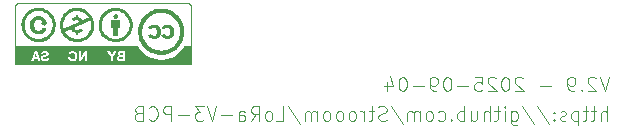
<source format=gbr>
%TF.GenerationSoftware,KiCad,Pcbnew,8.0.8+1*%
%TF.CreationDate,Date%
%TF.ProjectId,LoRa-V3-PCB,4c6f5261-2d56-4332-9d50-43422e6b6963,rev?*%
%TF.SameCoordinates,Original*%
%TF.FileFunction,Legend,Bot*%
%TF.FilePolarity,Positive*%
%FSLAX46Y46*%
G04 Gerber Fmt 4.6, Leading zero omitted, Abs format (unit mm)*
G04 Created by KiCad*
%MOMM*%
%LPD*%
G01*
G04 APERTURE LIST*
%ADD10C,0.100000*%
%ADD11C,0.000000*%
G04 APERTURE END LIST*
D10*
X172319925Y-84147942D02*
X171919925Y-85347942D01*
X171919925Y-85347942D02*
X171519925Y-84147942D01*
X171177068Y-84262228D02*
X171119925Y-84205085D01*
X171119925Y-84205085D02*
X171005640Y-84147942D01*
X171005640Y-84147942D02*
X170719925Y-84147942D01*
X170719925Y-84147942D02*
X170605640Y-84205085D01*
X170605640Y-84205085D02*
X170548497Y-84262228D01*
X170548497Y-84262228D02*
X170491354Y-84376514D01*
X170491354Y-84376514D02*
X170491354Y-84490800D01*
X170491354Y-84490800D02*
X170548497Y-84662228D01*
X170548497Y-84662228D02*
X171234211Y-85347942D01*
X171234211Y-85347942D02*
X170491354Y-85347942D01*
X169977068Y-85233657D02*
X169919925Y-85290800D01*
X169919925Y-85290800D02*
X169977068Y-85347942D01*
X169977068Y-85347942D02*
X170034211Y-85290800D01*
X170034211Y-85290800D02*
X169977068Y-85233657D01*
X169977068Y-85233657D02*
X169977068Y-85347942D01*
X169348496Y-85347942D02*
X169119925Y-85347942D01*
X169119925Y-85347942D02*
X169005639Y-85290800D01*
X169005639Y-85290800D02*
X168948496Y-85233657D01*
X168948496Y-85233657D02*
X168834211Y-85062228D01*
X168834211Y-85062228D02*
X168777068Y-84833657D01*
X168777068Y-84833657D02*
X168777068Y-84376514D01*
X168777068Y-84376514D02*
X168834211Y-84262228D01*
X168834211Y-84262228D02*
X168891354Y-84205085D01*
X168891354Y-84205085D02*
X169005639Y-84147942D01*
X169005639Y-84147942D02*
X169234211Y-84147942D01*
X169234211Y-84147942D02*
X169348496Y-84205085D01*
X169348496Y-84205085D02*
X169405639Y-84262228D01*
X169405639Y-84262228D02*
X169462782Y-84376514D01*
X169462782Y-84376514D02*
X169462782Y-84662228D01*
X169462782Y-84662228D02*
X169405639Y-84776514D01*
X169405639Y-84776514D02*
X169348496Y-84833657D01*
X169348496Y-84833657D02*
X169234211Y-84890800D01*
X169234211Y-84890800D02*
X169005639Y-84890800D01*
X169005639Y-84890800D02*
X168891354Y-84833657D01*
X168891354Y-84833657D02*
X168834211Y-84776514D01*
X168834211Y-84776514D02*
X168777068Y-84662228D01*
X167348496Y-84890800D02*
X166434211Y-84890800D01*
X165005639Y-84262228D02*
X164948496Y-84205085D01*
X164948496Y-84205085D02*
X164834211Y-84147942D01*
X164834211Y-84147942D02*
X164548496Y-84147942D01*
X164548496Y-84147942D02*
X164434211Y-84205085D01*
X164434211Y-84205085D02*
X164377068Y-84262228D01*
X164377068Y-84262228D02*
X164319925Y-84376514D01*
X164319925Y-84376514D02*
X164319925Y-84490800D01*
X164319925Y-84490800D02*
X164377068Y-84662228D01*
X164377068Y-84662228D02*
X165062782Y-85347942D01*
X165062782Y-85347942D02*
X164319925Y-85347942D01*
X163577068Y-84147942D02*
X163462782Y-84147942D01*
X163462782Y-84147942D02*
X163348496Y-84205085D01*
X163348496Y-84205085D02*
X163291354Y-84262228D01*
X163291354Y-84262228D02*
X163234211Y-84376514D01*
X163234211Y-84376514D02*
X163177068Y-84605085D01*
X163177068Y-84605085D02*
X163177068Y-84890800D01*
X163177068Y-84890800D02*
X163234211Y-85119371D01*
X163234211Y-85119371D02*
X163291354Y-85233657D01*
X163291354Y-85233657D02*
X163348496Y-85290800D01*
X163348496Y-85290800D02*
X163462782Y-85347942D01*
X163462782Y-85347942D02*
X163577068Y-85347942D01*
X163577068Y-85347942D02*
X163691354Y-85290800D01*
X163691354Y-85290800D02*
X163748496Y-85233657D01*
X163748496Y-85233657D02*
X163805639Y-85119371D01*
X163805639Y-85119371D02*
X163862782Y-84890800D01*
X163862782Y-84890800D02*
X163862782Y-84605085D01*
X163862782Y-84605085D02*
X163805639Y-84376514D01*
X163805639Y-84376514D02*
X163748496Y-84262228D01*
X163748496Y-84262228D02*
X163691354Y-84205085D01*
X163691354Y-84205085D02*
X163577068Y-84147942D01*
X162719925Y-84262228D02*
X162662782Y-84205085D01*
X162662782Y-84205085D02*
X162548497Y-84147942D01*
X162548497Y-84147942D02*
X162262782Y-84147942D01*
X162262782Y-84147942D02*
X162148497Y-84205085D01*
X162148497Y-84205085D02*
X162091354Y-84262228D01*
X162091354Y-84262228D02*
X162034211Y-84376514D01*
X162034211Y-84376514D02*
X162034211Y-84490800D01*
X162034211Y-84490800D02*
X162091354Y-84662228D01*
X162091354Y-84662228D02*
X162777068Y-85347942D01*
X162777068Y-85347942D02*
X162034211Y-85347942D01*
X160948497Y-84147942D02*
X161519925Y-84147942D01*
X161519925Y-84147942D02*
X161577068Y-84719371D01*
X161577068Y-84719371D02*
X161519925Y-84662228D01*
X161519925Y-84662228D02*
X161405640Y-84605085D01*
X161405640Y-84605085D02*
X161119925Y-84605085D01*
X161119925Y-84605085D02*
X161005640Y-84662228D01*
X161005640Y-84662228D02*
X160948497Y-84719371D01*
X160948497Y-84719371D02*
X160891354Y-84833657D01*
X160891354Y-84833657D02*
X160891354Y-85119371D01*
X160891354Y-85119371D02*
X160948497Y-85233657D01*
X160948497Y-85233657D02*
X161005640Y-85290800D01*
X161005640Y-85290800D02*
X161119925Y-85347942D01*
X161119925Y-85347942D02*
X161405640Y-85347942D01*
X161405640Y-85347942D02*
X161519925Y-85290800D01*
X161519925Y-85290800D02*
X161577068Y-85233657D01*
X160377068Y-84890800D02*
X159462783Y-84890800D01*
X158662783Y-84147942D02*
X158548497Y-84147942D01*
X158548497Y-84147942D02*
X158434211Y-84205085D01*
X158434211Y-84205085D02*
X158377069Y-84262228D01*
X158377069Y-84262228D02*
X158319926Y-84376514D01*
X158319926Y-84376514D02*
X158262783Y-84605085D01*
X158262783Y-84605085D02*
X158262783Y-84890800D01*
X158262783Y-84890800D02*
X158319926Y-85119371D01*
X158319926Y-85119371D02*
X158377069Y-85233657D01*
X158377069Y-85233657D02*
X158434211Y-85290800D01*
X158434211Y-85290800D02*
X158548497Y-85347942D01*
X158548497Y-85347942D02*
X158662783Y-85347942D01*
X158662783Y-85347942D02*
X158777069Y-85290800D01*
X158777069Y-85290800D02*
X158834211Y-85233657D01*
X158834211Y-85233657D02*
X158891354Y-85119371D01*
X158891354Y-85119371D02*
X158948497Y-84890800D01*
X158948497Y-84890800D02*
X158948497Y-84605085D01*
X158948497Y-84605085D02*
X158891354Y-84376514D01*
X158891354Y-84376514D02*
X158834211Y-84262228D01*
X158834211Y-84262228D02*
X158777069Y-84205085D01*
X158777069Y-84205085D02*
X158662783Y-84147942D01*
X157691354Y-85347942D02*
X157462783Y-85347942D01*
X157462783Y-85347942D02*
X157348497Y-85290800D01*
X157348497Y-85290800D02*
X157291354Y-85233657D01*
X157291354Y-85233657D02*
X157177069Y-85062228D01*
X157177069Y-85062228D02*
X157119926Y-84833657D01*
X157119926Y-84833657D02*
X157119926Y-84376514D01*
X157119926Y-84376514D02*
X157177069Y-84262228D01*
X157177069Y-84262228D02*
X157234212Y-84205085D01*
X157234212Y-84205085D02*
X157348497Y-84147942D01*
X157348497Y-84147942D02*
X157577069Y-84147942D01*
X157577069Y-84147942D02*
X157691354Y-84205085D01*
X157691354Y-84205085D02*
X157748497Y-84262228D01*
X157748497Y-84262228D02*
X157805640Y-84376514D01*
X157805640Y-84376514D02*
X157805640Y-84662228D01*
X157805640Y-84662228D02*
X157748497Y-84776514D01*
X157748497Y-84776514D02*
X157691354Y-84833657D01*
X157691354Y-84833657D02*
X157577069Y-84890800D01*
X157577069Y-84890800D02*
X157348497Y-84890800D01*
X157348497Y-84890800D02*
X157234212Y-84833657D01*
X157234212Y-84833657D02*
X157177069Y-84776514D01*
X157177069Y-84776514D02*
X157119926Y-84662228D01*
X156605640Y-84890800D02*
X155691355Y-84890800D01*
X154891355Y-84147942D02*
X154777069Y-84147942D01*
X154777069Y-84147942D02*
X154662783Y-84205085D01*
X154662783Y-84205085D02*
X154605641Y-84262228D01*
X154605641Y-84262228D02*
X154548498Y-84376514D01*
X154548498Y-84376514D02*
X154491355Y-84605085D01*
X154491355Y-84605085D02*
X154491355Y-84890800D01*
X154491355Y-84890800D02*
X154548498Y-85119371D01*
X154548498Y-85119371D02*
X154605641Y-85233657D01*
X154605641Y-85233657D02*
X154662783Y-85290800D01*
X154662783Y-85290800D02*
X154777069Y-85347942D01*
X154777069Y-85347942D02*
X154891355Y-85347942D01*
X154891355Y-85347942D02*
X155005641Y-85290800D01*
X155005641Y-85290800D02*
X155062783Y-85233657D01*
X155062783Y-85233657D02*
X155119926Y-85119371D01*
X155119926Y-85119371D02*
X155177069Y-84890800D01*
X155177069Y-84890800D02*
X155177069Y-84605085D01*
X155177069Y-84605085D02*
X155119926Y-84376514D01*
X155119926Y-84376514D02*
X155062783Y-84262228D01*
X155062783Y-84262228D02*
X155005641Y-84205085D01*
X155005641Y-84205085D02*
X154891355Y-84147942D01*
X153462784Y-84547942D02*
X153462784Y-85347942D01*
X153748498Y-84090800D02*
X154034212Y-84947942D01*
X154034212Y-84947942D02*
X153291355Y-84947942D01*
X172148496Y-87847942D02*
X172148496Y-86647942D01*
X171634211Y-87847942D02*
X171634211Y-87219371D01*
X171634211Y-87219371D02*
X171691353Y-87105085D01*
X171691353Y-87105085D02*
X171805639Y-87047942D01*
X171805639Y-87047942D02*
X171977068Y-87047942D01*
X171977068Y-87047942D02*
X172091353Y-87105085D01*
X172091353Y-87105085D02*
X172148496Y-87162228D01*
X171234211Y-87047942D02*
X170777068Y-87047942D01*
X171062782Y-86647942D02*
X171062782Y-87676514D01*
X171062782Y-87676514D02*
X171005639Y-87790800D01*
X171005639Y-87790800D02*
X170891354Y-87847942D01*
X170891354Y-87847942D02*
X170777068Y-87847942D01*
X170548497Y-87047942D02*
X170091354Y-87047942D01*
X170377068Y-86647942D02*
X170377068Y-87676514D01*
X170377068Y-87676514D02*
X170319925Y-87790800D01*
X170319925Y-87790800D02*
X170205640Y-87847942D01*
X170205640Y-87847942D02*
X170091354Y-87847942D01*
X169691354Y-87047942D02*
X169691354Y-88247942D01*
X169691354Y-87105085D02*
X169577069Y-87047942D01*
X169577069Y-87047942D02*
X169348497Y-87047942D01*
X169348497Y-87047942D02*
X169234211Y-87105085D01*
X169234211Y-87105085D02*
X169177069Y-87162228D01*
X169177069Y-87162228D02*
X169119926Y-87276514D01*
X169119926Y-87276514D02*
X169119926Y-87619371D01*
X169119926Y-87619371D02*
X169177069Y-87733657D01*
X169177069Y-87733657D02*
X169234211Y-87790800D01*
X169234211Y-87790800D02*
X169348497Y-87847942D01*
X169348497Y-87847942D02*
X169577069Y-87847942D01*
X169577069Y-87847942D02*
X169691354Y-87790800D01*
X168662783Y-87790800D02*
X168548497Y-87847942D01*
X168548497Y-87847942D02*
X168319926Y-87847942D01*
X168319926Y-87847942D02*
X168205640Y-87790800D01*
X168205640Y-87790800D02*
X168148497Y-87676514D01*
X168148497Y-87676514D02*
X168148497Y-87619371D01*
X168148497Y-87619371D02*
X168205640Y-87505085D01*
X168205640Y-87505085D02*
X168319926Y-87447942D01*
X168319926Y-87447942D02*
X168491355Y-87447942D01*
X168491355Y-87447942D02*
X168605640Y-87390800D01*
X168605640Y-87390800D02*
X168662783Y-87276514D01*
X168662783Y-87276514D02*
X168662783Y-87219371D01*
X168662783Y-87219371D02*
X168605640Y-87105085D01*
X168605640Y-87105085D02*
X168491355Y-87047942D01*
X168491355Y-87047942D02*
X168319926Y-87047942D01*
X168319926Y-87047942D02*
X168205640Y-87105085D01*
X167634211Y-87733657D02*
X167577068Y-87790800D01*
X167577068Y-87790800D02*
X167634211Y-87847942D01*
X167634211Y-87847942D02*
X167691354Y-87790800D01*
X167691354Y-87790800D02*
X167634211Y-87733657D01*
X167634211Y-87733657D02*
X167634211Y-87847942D01*
X167634211Y-87105085D02*
X167577068Y-87162228D01*
X167577068Y-87162228D02*
X167634211Y-87219371D01*
X167634211Y-87219371D02*
X167691354Y-87162228D01*
X167691354Y-87162228D02*
X167634211Y-87105085D01*
X167634211Y-87105085D02*
X167634211Y-87219371D01*
X166205639Y-86590800D02*
X167234211Y-88133657D01*
X164948496Y-86590800D02*
X165977068Y-88133657D01*
X164034211Y-87047942D02*
X164034211Y-88019371D01*
X164034211Y-88019371D02*
X164091353Y-88133657D01*
X164091353Y-88133657D02*
X164148496Y-88190800D01*
X164148496Y-88190800D02*
X164262782Y-88247942D01*
X164262782Y-88247942D02*
X164434211Y-88247942D01*
X164434211Y-88247942D02*
X164548496Y-88190800D01*
X164034211Y-87790800D02*
X164148496Y-87847942D01*
X164148496Y-87847942D02*
X164377068Y-87847942D01*
X164377068Y-87847942D02*
X164491353Y-87790800D01*
X164491353Y-87790800D02*
X164548496Y-87733657D01*
X164548496Y-87733657D02*
X164605639Y-87619371D01*
X164605639Y-87619371D02*
X164605639Y-87276514D01*
X164605639Y-87276514D02*
X164548496Y-87162228D01*
X164548496Y-87162228D02*
X164491353Y-87105085D01*
X164491353Y-87105085D02*
X164377068Y-87047942D01*
X164377068Y-87047942D02*
X164148496Y-87047942D01*
X164148496Y-87047942D02*
X164034211Y-87105085D01*
X163462782Y-87847942D02*
X163462782Y-87047942D01*
X163462782Y-86647942D02*
X163519925Y-86705085D01*
X163519925Y-86705085D02*
X163462782Y-86762228D01*
X163462782Y-86762228D02*
X163405639Y-86705085D01*
X163405639Y-86705085D02*
X163462782Y-86647942D01*
X163462782Y-86647942D02*
X163462782Y-86762228D01*
X163062782Y-87047942D02*
X162605639Y-87047942D01*
X162891353Y-86647942D02*
X162891353Y-87676514D01*
X162891353Y-87676514D02*
X162834210Y-87790800D01*
X162834210Y-87790800D02*
X162719925Y-87847942D01*
X162719925Y-87847942D02*
X162605639Y-87847942D01*
X162205639Y-87847942D02*
X162205639Y-86647942D01*
X161691354Y-87847942D02*
X161691354Y-87219371D01*
X161691354Y-87219371D02*
X161748496Y-87105085D01*
X161748496Y-87105085D02*
X161862782Y-87047942D01*
X161862782Y-87047942D02*
X162034211Y-87047942D01*
X162034211Y-87047942D02*
X162148496Y-87105085D01*
X162148496Y-87105085D02*
X162205639Y-87162228D01*
X160605640Y-87047942D02*
X160605640Y-87847942D01*
X161119925Y-87047942D02*
X161119925Y-87676514D01*
X161119925Y-87676514D02*
X161062782Y-87790800D01*
X161062782Y-87790800D02*
X160948497Y-87847942D01*
X160948497Y-87847942D02*
X160777068Y-87847942D01*
X160777068Y-87847942D02*
X160662782Y-87790800D01*
X160662782Y-87790800D02*
X160605640Y-87733657D01*
X160034211Y-87847942D02*
X160034211Y-86647942D01*
X160034211Y-87105085D02*
X159919926Y-87047942D01*
X159919926Y-87047942D02*
X159691354Y-87047942D01*
X159691354Y-87047942D02*
X159577068Y-87105085D01*
X159577068Y-87105085D02*
X159519926Y-87162228D01*
X159519926Y-87162228D02*
X159462783Y-87276514D01*
X159462783Y-87276514D02*
X159462783Y-87619371D01*
X159462783Y-87619371D02*
X159519926Y-87733657D01*
X159519926Y-87733657D02*
X159577068Y-87790800D01*
X159577068Y-87790800D02*
X159691354Y-87847942D01*
X159691354Y-87847942D02*
X159919926Y-87847942D01*
X159919926Y-87847942D02*
X160034211Y-87790800D01*
X158948497Y-87733657D02*
X158891354Y-87790800D01*
X158891354Y-87790800D02*
X158948497Y-87847942D01*
X158948497Y-87847942D02*
X159005640Y-87790800D01*
X159005640Y-87790800D02*
X158948497Y-87733657D01*
X158948497Y-87733657D02*
X158948497Y-87847942D01*
X157862783Y-87790800D02*
X157977068Y-87847942D01*
X157977068Y-87847942D02*
X158205640Y-87847942D01*
X158205640Y-87847942D02*
X158319925Y-87790800D01*
X158319925Y-87790800D02*
X158377068Y-87733657D01*
X158377068Y-87733657D02*
X158434211Y-87619371D01*
X158434211Y-87619371D02*
X158434211Y-87276514D01*
X158434211Y-87276514D02*
X158377068Y-87162228D01*
X158377068Y-87162228D02*
X158319925Y-87105085D01*
X158319925Y-87105085D02*
X158205640Y-87047942D01*
X158205640Y-87047942D02*
X157977068Y-87047942D01*
X157977068Y-87047942D02*
X157862783Y-87105085D01*
X157177069Y-87847942D02*
X157291354Y-87790800D01*
X157291354Y-87790800D02*
X157348497Y-87733657D01*
X157348497Y-87733657D02*
X157405640Y-87619371D01*
X157405640Y-87619371D02*
X157405640Y-87276514D01*
X157405640Y-87276514D02*
X157348497Y-87162228D01*
X157348497Y-87162228D02*
X157291354Y-87105085D01*
X157291354Y-87105085D02*
X157177069Y-87047942D01*
X157177069Y-87047942D02*
X157005640Y-87047942D01*
X157005640Y-87047942D02*
X156891354Y-87105085D01*
X156891354Y-87105085D02*
X156834212Y-87162228D01*
X156834212Y-87162228D02*
X156777069Y-87276514D01*
X156777069Y-87276514D02*
X156777069Y-87619371D01*
X156777069Y-87619371D02*
X156834212Y-87733657D01*
X156834212Y-87733657D02*
X156891354Y-87790800D01*
X156891354Y-87790800D02*
X157005640Y-87847942D01*
X157005640Y-87847942D02*
X157177069Y-87847942D01*
X156262783Y-87847942D02*
X156262783Y-87047942D01*
X156262783Y-87162228D02*
X156205640Y-87105085D01*
X156205640Y-87105085D02*
X156091355Y-87047942D01*
X156091355Y-87047942D02*
X155919926Y-87047942D01*
X155919926Y-87047942D02*
X155805640Y-87105085D01*
X155805640Y-87105085D02*
X155748498Y-87219371D01*
X155748498Y-87219371D02*
X155748498Y-87847942D01*
X155748498Y-87219371D02*
X155691355Y-87105085D01*
X155691355Y-87105085D02*
X155577069Y-87047942D01*
X155577069Y-87047942D02*
X155405640Y-87047942D01*
X155405640Y-87047942D02*
X155291355Y-87105085D01*
X155291355Y-87105085D02*
X155234212Y-87219371D01*
X155234212Y-87219371D02*
X155234212Y-87847942D01*
X153805640Y-86590800D02*
X154834212Y-88133657D01*
X153462783Y-87790800D02*
X153291355Y-87847942D01*
X153291355Y-87847942D02*
X153005640Y-87847942D01*
X153005640Y-87847942D02*
X152891355Y-87790800D01*
X152891355Y-87790800D02*
X152834212Y-87733657D01*
X152834212Y-87733657D02*
X152777069Y-87619371D01*
X152777069Y-87619371D02*
X152777069Y-87505085D01*
X152777069Y-87505085D02*
X152834212Y-87390800D01*
X152834212Y-87390800D02*
X152891355Y-87333657D01*
X152891355Y-87333657D02*
X153005640Y-87276514D01*
X153005640Y-87276514D02*
X153234212Y-87219371D01*
X153234212Y-87219371D02*
X153348497Y-87162228D01*
X153348497Y-87162228D02*
X153405640Y-87105085D01*
X153405640Y-87105085D02*
X153462783Y-86990800D01*
X153462783Y-86990800D02*
X153462783Y-86876514D01*
X153462783Y-86876514D02*
X153405640Y-86762228D01*
X153405640Y-86762228D02*
X153348497Y-86705085D01*
X153348497Y-86705085D02*
X153234212Y-86647942D01*
X153234212Y-86647942D02*
X152948497Y-86647942D01*
X152948497Y-86647942D02*
X152777069Y-86705085D01*
X152434212Y-87047942D02*
X151977069Y-87047942D01*
X152262783Y-86647942D02*
X152262783Y-87676514D01*
X152262783Y-87676514D02*
X152205640Y-87790800D01*
X152205640Y-87790800D02*
X152091355Y-87847942D01*
X152091355Y-87847942D02*
X151977069Y-87847942D01*
X151577069Y-87847942D02*
X151577069Y-87047942D01*
X151577069Y-87276514D02*
X151519926Y-87162228D01*
X151519926Y-87162228D02*
X151462784Y-87105085D01*
X151462784Y-87105085D02*
X151348498Y-87047942D01*
X151348498Y-87047942D02*
X151234212Y-87047942D01*
X150662784Y-87847942D02*
X150777069Y-87790800D01*
X150777069Y-87790800D02*
X150834212Y-87733657D01*
X150834212Y-87733657D02*
X150891355Y-87619371D01*
X150891355Y-87619371D02*
X150891355Y-87276514D01*
X150891355Y-87276514D02*
X150834212Y-87162228D01*
X150834212Y-87162228D02*
X150777069Y-87105085D01*
X150777069Y-87105085D02*
X150662784Y-87047942D01*
X150662784Y-87047942D02*
X150491355Y-87047942D01*
X150491355Y-87047942D02*
X150377069Y-87105085D01*
X150377069Y-87105085D02*
X150319927Y-87162228D01*
X150319927Y-87162228D02*
X150262784Y-87276514D01*
X150262784Y-87276514D02*
X150262784Y-87619371D01*
X150262784Y-87619371D02*
X150319927Y-87733657D01*
X150319927Y-87733657D02*
X150377069Y-87790800D01*
X150377069Y-87790800D02*
X150491355Y-87847942D01*
X150491355Y-87847942D02*
X150662784Y-87847942D01*
X149577070Y-87847942D02*
X149691355Y-87790800D01*
X149691355Y-87790800D02*
X149748498Y-87733657D01*
X149748498Y-87733657D02*
X149805641Y-87619371D01*
X149805641Y-87619371D02*
X149805641Y-87276514D01*
X149805641Y-87276514D02*
X149748498Y-87162228D01*
X149748498Y-87162228D02*
X149691355Y-87105085D01*
X149691355Y-87105085D02*
X149577070Y-87047942D01*
X149577070Y-87047942D02*
X149405641Y-87047942D01*
X149405641Y-87047942D02*
X149291355Y-87105085D01*
X149291355Y-87105085D02*
X149234213Y-87162228D01*
X149234213Y-87162228D02*
X149177070Y-87276514D01*
X149177070Y-87276514D02*
X149177070Y-87619371D01*
X149177070Y-87619371D02*
X149234213Y-87733657D01*
X149234213Y-87733657D02*
X149291355Y-87790800D01*
X149291355Y-87790800D02*
X149405641Y-87847942D01*
X149405641Y-87847942D02*
X149577070Y-87847942D01*
X148491356Y-87847942D02*
X148605641Y-87790800D01*
X148605641Y-87790800D02*
X148662784Y-87733657D01*
X148662784Y-87733657D02*
X148719927Y-87619371D01*
X148719927Y-87619371D02*
X148719927Y-87276514D01*
X148719927Y-87276514D02*
X148662784Y-87162228D01*
X148662784Y-87162228D02*
X148605641Y-87105085D01*
X148605641Y-87105085D02*
X148491356Y-87047942D01*
X148491356Y-87047942D02*
X148319927Y-87047942D01*
X148319927Y-87047942D02*
X148205641Y-87105085D01*
X148205641Y-87105085D02*
X148148499Y-87162228D01*
X148148499Y-87162228D02*
X148091356Y-87276514D01*
X148091356Y-87276514D02*
X148091356Y-87619371D01*
X148091356Y-87619371D02*
X148148499Y-87733657D01*
X148148499Y-87733657D02*
X148205641Y-87790800D01*
X148205641Y-87790800D02*
X148319927Y-87847942D01*
X148319927Y-87847942D02*
X148491356Y-87847942D01*
X147577070Y-87847942D02*
X147577070Y-87047942D01*
X147577070Y-87162228D02*
X147519927Y-87105085D01*
X147519927Y-87105085D02*
X147405642Y-87047942D01*
X147405642Y-87047942D02*
X147234213Y-87047942D01*
X147234213Y-87047942D02*
X147119927Y-87105085D01*
X147119927Y-87105085D02*
X147062785Y-87219371D01*
X147062785Y-87219371D02*
X147062785Y-87847942D01*
X147062785Y-87219371D02*
X147005642Y-87105085D01*
X147005642Y-87105085D02*
X146891356Y-87047942D01*
X146891356Y-87047942D02*
X146719927Y-87047942D01*
X146719927Y-87047942D02*
X146605642Y-87105085D01*
X146605642Y-87105085D02*
X146548499Y-87219371D01*
X146548499Y-87219371D02*
X146548499Y-87847942D01*
X145119927Y-86590800D02*
X146148499Y-88133657D01*
X144148499Y-87847942D02*
X144719927Y-87847942D01*
X144719927Y-87847942D02*
X144719927Y-86647942D01*
X143577070Y-87847942D02*
X143691355Y-87790800D01*
X143691355Y-87790800D02*
X143748498Y-87733657D01*
X143748498Y-87733657D02*
X143805641Y-87619371D01*
X143805641Y-87619371D02*
X143805641Y-87276514D01*
X143805641Y-87276514D02*
X143748498Y-87162228D01*
X143748498Y-87162228D02*
X143691355Y-87105085D01*
X143691355Y-87105085D02*
X143577070Y-87047942D01*
X143577070Y-87047942D02*
X143405641Y-87047942D01*
X143405641Y-87047942D02*
X143291355Y-87105085D01*
X143291355Y-87105085D02*
X143234213Y-87162228D01*
X143234213Y-87162228D02*
X143177070Y-87276514D01*
X143177070Y-87276514D02*
X143177070Y-87619371D01*
X143177070Y-87619371D02*
X143234213Y-87733657D01*
X143234213Y-87733657D02*
X143291355Y-87790800D01*
X143291355Y-87790800D02*
X143405641Y-87847942D01*
X143405641Y-87847942D02*
X143577070Y-87847942D01*
X141977070Y-87847942D02*
X142377070Y-87276514D01*
X142662784Y-87847942D02*
X142662784Y-86647942D01*
X142662784Y-86647942D02*
X142205641Y-86647942D01*
X142205641Y-86647942D02*
X142091356Y-86705085D01*
X142091356Y-86705085D02*
X142034213Y-86762228D01*
X142034213Y-86762228D02*
X141977070Y-86876514D01*
X141977070Y-86876514D02*
X141977070Y-87047942D01*
X141977070Y-87047942D02*
X142034213Y-87162228D01*
X142034213Y-87162228D02*
X142091356Y-87219371D01*
X142091356Y-87219371D02*
X142205641Y-87276514D01*
X142205641Y-87276514D02*
X142662784Y-87276514D01*
X140948499Y-87847942D02*
X140948499Y-87219371D01*
X140948499Y-87219371D02*
X141005641Y-87105085D01*
X141005641Y-87105085D02*
X141119927Y-87047942D01*
X141119927Y-87047942D02*
X141348499Y-87047942D01*
X141348499Y-87047942D02*
X141462784Y-87105085D01*
X140948499Y-87790800D02*
X141062784Y-87847942D01*
X141062784Y-87847942D02*
X141348499Y-87847942D01*
X141348499Y-87847942D02*
X141462784Y-87790800D01*
X141462784Y-87790800D02*
X141519927Y-87676514D01*
X141519927Y-87676514D02*
X141519927Y-87562228D01*
X141519927Y-87562228D02*
X141462784Y-87447942D01*
X141462784Y-87447942D02*
X141348499Y-87390800D01*
X141348499Y-87390800D02*
X141062784Y-87390800D01*
X141062784Y-87390800D02*
X140948499Y-87333657D01*
X140377070Y-87390800D02*
X139462785Y-87390800D01*
X139062785Y-86647942D02*
X138662785Y-87847942D01*
X138662785Y-87847942D02*
X138262785Y-86647942D01*
X137977071Y-86647942D02*
X137234214Y-86647942D01*
X137234214Y-86647942D02*
X137634214Y-87105085D01*
X137634214Y-87105085D02*
X137462785Y-87105085D01*
X137462785Y-87105085D02*
X137348500Y-87162228D01*
X137348500Y-87162228D02*
X137291357Y-87219371D01*
X137291357Y-87219371D02*
X137234214Y-87333657D01*
X137234214Y-87333657D02*
X137234214Y-87619371D01*
X137234214Y-87619371D02*
X137291357Y-87733657D01*
X137291357Y-87733657D02*
X137348500Y-87790800D01*
X137348500Y-87790800D02*
X137462785Y-87847942D01*
X137462785Y-87847942D02*
X137805642Y-87847942D01*
X137805642Y-87847942D02*
X137919928Y-87790800D01*
X137919928Y-87790800D02*
X137977071Y-87733657D01*
X136719928Y-87390800D02*
X135805643Y-87390800D01*
X135234214Y-87847942D02*
X135234214Y-86647942D01*
X135234214Y-86647942D02*
X134777071Y-86647942D01*
X134777071Y-86647942D02*
X134662786Y-86705085D01*
X134662786Y-86705085D02*
X134605643Y-86762228D01*
X134605643Y-86762228D02*
X134548500Y-86876514D01*
X134548500Y-86876514D02*
X134548500Y-87047942D01*
X134548500Y-87047942D02*
X134605643Y-87162228D01*
X134605643Y-87162228D02*
X134662786Y-87219371D01*
X134662786Y-87219371D02*
X134777071Y-87276514D01*
X134777071Y-87276514D02*
X135234214Y-87276514D01*
X133348500Y-87733657D02*
X133405643Y-87790800D01*
X133405643Y-87790800D02*
X133577071Y-87847942D01*
X133577071Y-87847942D02*
X133691357Y-87847942D01*
X133691357Y-87847942D02*
X133862786Y-87790800D01*
X133862786Y-87790800D02*
X133977071Y-87676514D01*
X133977071Y-87676514D02*
X134034214Y-87562228D01*
X134034214Y-87562228D02*
X134091357Y-87333657D01*
X134091357Y-87333657D02*
X134091357Y-87162228D01*
X134091357Y-87162228D02*
X134034214Y-86933657D01*
X134034214Y-86933657D02*
X133977071Y-86819371D01*
X133977071Y-86819371D02*
X133862786Y-86705085D01*
X133862786Y-86705085D02*
X133691357Y-86647942D01*
X133691357Y-86647942D02*
X133577071Y-86647942D01*
X133577071Y-86647942D02*
X133405643Y-86705085D01*
X133405643Y-86705085D02*
X133348500Y-86762228D01*
X132434214Y-87219371D02*
X132262786Y-87276514D01*
X132262786Y-87276514D02*
X132205643Y-87333657D01*
X132205643Y-87333657D02*
X132148500Y-87447942D01*
X132148500Y-87447942D02*
X132148500Y-87619371D01*
X132148500Y-87619371D02*
X132205643Y-87733657D01*
X132205643Y-87733657D02*
X132262786Y-87790800D01*
X132262786Y-87790800D02*
X132377071Y-87847942D01*
X132377071Y-87847942D02*
X132834214Y-87847942D01*
X132834214Y-87847942D02*
X132834214Y-86647942D01*
X132834214Y-86647942D02*
X132434214Y-86647942D01*
X132434214Y-86647942D02*
X132319929Y-86705085D01*
X132319929Y-86705085D02*
X132262786Y-86762228D01*
X132262786Y-86762228D02*
X132205643Y-86876514D01*
X132205643Y-86876514D02*
X132205643Y-86990800D01*
X132205643Y-86990800D02*
X132262786Y-87105085D01*
X132262786Y-87105085D02*
X132319929Y-87162228D01*
X132319929Y-87162228D02*
X132434214Y-87219371D01*
X132434214Y-87219371D02*
X132834214Y-87219371D01*
D11*
%TO.C,G01*%
G36*
X131157826Y-82300355D02*
G01*
X131044932Y-82300355D01*
X131032341Y-82300332D01*
X130984324Y-82299540D01*
X130948353Y-82297201D01*
X130922030Y-82292759D01*
X130902958Y-82285654D01*
X130888740Y-82275328D01*
X130876976Y-82261221D01*
X130874224Y-82256544D01*
X130867239Y-82232252D01*
X130865478Y-82202223D01*
X130868909Y-82173019D01*
X130877501Y-82151202D01*
X130888261Y-82138710D01*
X130904009Y-82128040D01*
X130925682Y-82120622D01*
X130955535Y-82115949D01*
X130995827Y-82113516D01*
X131048814Y-82112818D01*
X131157826Y-82112818D01*
X131157826Y-82300355D01*
G37*
G36*
X131157826Y-82652924D02*
G01*
X131035927Y-82652759D01*
X131006226Y-82652638D01*
X130965786Y-82651964D01*
X130936017Y-82650486D01*
X130914191Y-82647952D01*
X130897580Y-82644109D01*
X130883453Y-82638708D01*
X130859368Y-82622940D01*
X130838857Y-82596038D01*
X130828512Y-82563857D01*
X130828267Y-82529517D01*
X130838058Y-82496141D01*
X130857820Y-82466848D01*
X130887487Y-82444758D01*
X130889612Y-82443696D01*
X130903479Y-82437530D01*
X130917944Y-82433202D01*
X130935887Y-82430394D01*
X130960189Y-82428784D01*
X130993730Y-82428052D01*
X131039392Y-82427880D01*
X131157826Y-82427880D01*
X131157826Y-82652924D01*
G37*
G36*
X130539694Y-78812434D02*
G01*
X130582420Y-78820507D01*
X130625475Y-78837950D01*
X130662202Y-78862217D01*
X130679864Y-78879375D01*
X130708395Y-78920676D01*
X130725045Y-78966594D01*
X130730250Y-79014738D01*
X130724445Y-79062714D01*
X130708065Y-79108132D01*
X130681545Y-79148600D01*
X130645320Y-79181725D01*
X130599826Y-79205117D01*
X130570065Y-79213267D01*
X130518694Y-79216532D01*
X130469933Y-79206961D01*
X130425713Y-79185929D01*
X130387962Y-79154813D01*
X130358608Y-79114987D01*
X130339581Y-79067826D01*
X130332810Y-79014708D01*
X130332893Y-79008832D01*
X130341216Y-78956516D01*
X130361888Y-78909528D01*
X130393078Y-78869733D01*
X130432956Y-78838997D01*
X130479691Y-78819186D01*
X130531453Y-78812168D01*
X130539694Y-78812434D01*
G37*
G36*
X123763791Y-82186639D02*
G01*
X123771989Y-82202738D01*
X123783751Y-82230740D01*
X123798570Y-82269438D01*
X123815939Y-82317622D01*
X123819455Y-82327631D01*
X123834426Y-82370589D01*
X123847361Y-82408239D01*
X123857514Y-82438373D01*
X123864140Y-82458783D01*
X123866493Y-82467263D01*
X123866493Y-82467267D01*
X123859484Y-82469565D01*
X123840828Y-82471239D01*
X123813856Y-82472301D01*
X123781896Y-82472763D01*
X123748280Y-82472638D01*
X123716337Y-82471938D01*
X123689398Y-82470676D01*
X123670793Y-82468863D01*
X123663851Y-82466512D01*
X123664164Y-82464744D01*
X123668047Y-82451255D01*
X123675639Y-82427290D01*
X123686020Y-82395558D01*
X123698274Y-82358768D01*
X123711483Y-82319630D01*
X123724728Y-82280854D01*
X123737091Y-82245150D01*
X123747655Y-82215226D01*
X123755501Y-82193794D01*
X123759712Y-82183561D01*
X123763791Y-82186639D01*
G37*
G36*
X130559944Y-79296017D02*
G01*
X130633784Y-79296091D01*
X130694493Y-79296299D01*
X130743466Y-79296695D01*
X130782098Y-79297332D01*
X130811785Y-79298265D01*
X130833922Y-79299548D01*
X130849904Y-79301233D01*
X130861126Y-79303375D01*
X130868983Y-79306028D01*
X130874871Y-79309245D01*
X130883678Y-79315019D01*
X130893301Y-79322018D01*
X130901137Y-79329828D01*
X130907371Y-79339866D01*
X130912185Y-79353553D01*
X130915764Y-79372309D01*
X130918289Y-79397551D01*
X130919944Y-79430700D01*
X130920913Y-79473174D01*
X130921377Y-79526394D01*
X130921522Y-79591778D01*
X130921530Y-79670746D01*
X130921530Y-79978648D01*
X130752746Y-79982890D01*
X130752746Y-80687537D01*
X130310159Y-80687537D01*
X130310159Y-79982890D01*
X130225768Y-79980769D01*
X130141376Y-79978648D01*
X130141376Y-79608279D01*
X130141474Y-79539968D01*
X130141851Y-79484140D01*
X130142691Y-79439376D01*
X130144176Y-79404256D01*
X130146490Y-79377362D01*
X130149816Y-79357274D01*
X130154336Y-79342572D01*
X130160236Y-79331837D01*
X130167696Y-79323651D01*
X130176902Y-79316593D01*
X130188035Y-79309245D01*
X130189912Y-79308079D01*
X130196316Y-79305061D01*
X130205166Y-79302589D01*
X130217857Y-79300609D01*
X130235785Y-79299067D01*
X130260345Y-79297910D01*
X130292932Y-79297084D01*
X130334941Y-79296535D01*
X130387768Y-79296209D01*
X130452806Y-79296053D01*
X130531453Y-79296013D01*
X130559944Y-79296017D01*
G37*
G36*
X134988388Y-79715811D02*
G01*
X135071815Y-79728696D01*
X135148297Y-79752306D01*
X135170223Y-79761597D01*
X135229330Y-79792307D01*
X135283315Y-79830299D01*
X135337276Y-79878993D01*
X135347813Y-79889558D01*
X135374320Y-79918121D01*
X135394824Y-79944856D01*
X135413073Y-79975056D01*
X135432813Y-80014019D01*
X135457429Y-80070231D01*
X135478119Y-80133687D01*
X135491462Y-80200117D01*
X135498892Y-80275194D01*
X135499033Y-80277562D01*
X135498625Y-80376436D01*
X135486248Y-80472660D01*
X135462423Y-80563515D01*
X135427673Y-80646279D01*
X135413287Y-80670534D01*
X135383293Y-80710903D01*
X135346344Y-80752825D01*
X135305994Y-80792627D01*
X135265795Y-80826641D01*
X135229301Y-80851195D01*
X135207071Y-80862686D01*
X135147721Y-80887449D01*
X135084088Y-80907250D01*
X135023633Y-80919607D01*
X134977454Y-80923548D01*
X134922692Y-80924238D01*
X134865813Y-80921808D01*
X134812459Y-80916500D01*
X134768274Y-80908560D01*
X134714762Y-80891733D01*
X134655133Y-80865522D01*
X134599051Y-80833757D01*
X134552244Y-80799333D01*
X134537457Y-80785919D01*
X134504175Y-80752152D01*
X134470852Y-80714341D01*
X134441365Y-80677008D01*
X134419594Y-80644675D01*
X134406967Y-80623155D01*
X134522003Y-80561578D01*
X134553412Y-80544894D01*
X134587746Y-80526982D01*
X134615713Y-80512761D01*
X134635037Y-80503383D01*
X134643445Y-80500000D01*
X134644334Y-80500193D01*
X134651853Y-80508215D01*
X134660601Y-80524380D01*
X134666882Y-80536435D01*
X134689386Y-80567179D01*
X134719240Y-80598001D01*
X134752012Y-80624624D01*
X134783274Y-80642774D01*
X134819029Y-80654880D01*
X134874868Y-80663395D01*
X134931569Y-80661362D01*
X134985046Y-80649047D01*
X135031210Y-80626714D01*
X135061001Y-80602470D01*
X135095140Y-80558447D01*
X135120704Y-80502406D01*
X135137751Y-80434210D01*
X135146338Y-80353722D01*
X135146573Y-80270490D01*
X135137760Y-80193209D01*
X135119776Y-80127099D01*
X135092765Y-80072381D01*
X135056870Y-80029275D01*
X135012233Y-79998000D01*
X134959000Y-79978777D01*
X134897312Y-79971824D01*
X134868261Y-79972066D01*
X134842222Y-79974679D01*
X134819665Y-79980990D01*
X134794360Y-79992232D01*
X134791674Y-79993579D01*
X134749312Y-80021849D01*
X134712158Y-80059120D01*
X134685101Y-80100547D01*
X134683402Y-80103922D01*
X134674194Y-80118859D01*
X134667394Y-80124927D01*
X134659236Y-80121645D01*
X134639967Y-80112474D01*
X134611782Y-80098498D01*
X134576869Y-80080802D01*
X134537416Y-80060472D01*
X134413284Y-79996018D01*
X134430254Y-79964921D01*
X134431736Y-79962289D01*
X134451583Y-79934065D01*
X134480206Y-79901040D01*
X134514281Y-79866429D01*
X134550488Y-79833444D01*
X134585504Y-79805300D01*
X134616007Y-79785211D01*
X134651858Y-79767398D01*
X134729751Y-79739444D01*
X134814025Y-79721390D01*
X134901348Y-79713444D01*
X134988388Y-79715811D01*
G37*
G36*
X133840865Y-79716917D02*
G01*
X133893468Y-79719859D01*
X133938293Y-79726105D01*
X133979570Y-79736555D01*
X134021528Y-79752105D01*
X134068399Y-79773653D01*
X134080792Y-79779867D01*
X134110773Y-79796783D01*
X134137920Y-79815864D01*
X134166379Y-79840232D01*
X134200292Y-79873010D01*
X134212767Y-79885607D01*
X134242375Y-79917278D01*
X134264651Y-79944948D01*
X134282726Y-79972772D01*
X134299731Y-80004903D01*
X134306010Y-80017858D01*
X134326788Y-80064603D01*
X134342127Y-80107894D01*
X134352777Y-80151404D01*
X134359489Y-80198804D01*
X134363013Y-80253767D01*
X134364098Y-80319965D01*
X134363303Y-80380735D01*
X134359718Y-80440636D01*
X134352630Y-80492138D01*
X134341366Y-80538703D01*
X134325253Y-80583793D01*
X134303617Y-80630870D01*
X134258211Y-80705841D01*
X134201688Y-80771561D01*
X134135467Y-80826464D01*
X134060523Y-80869873D01*
X133977830Y-80901110D01*
X133888364Y-80919497D01*
X133871809Y-80921423D01*
X133773440Y-80925388D01*
X133680102Y-80916190D01*
X133592644Y-80894101D01*
X133511916Y-80859397D01*
X133438765Y-80812352D01*
X133374040Y-80753240D01*
X133355988Y-80732650D01*
X133334776Y-80706370D01*
X133314442Y-80679402D01*
X133297190Y-80654782D01*
X133285223Y-80635545D01*
X133280744Y-80624726D01*
X133280857Y-80624487D01*
X133288684Y-80619170D01*
X133306981Y-80608646D01*
X133333153Y-80594274D01*
X133364608Y-80577411D01*
X133398750Y-80559417D01*
X133432986Y-80541649D01*
X133464721Y-80525465D01*
X133491361Y-80512223D01*
X133510312Y-80503282D01*
X133518979Y-80500000D01*
X133521617Y-80501330D01*
X133530170Y-80512359D01*
X133539952Y-80530909D01*
X133548406Y-80546947D01*
X133576432Y-80584032D01*
X133612534Y-80617378D01*
X133652067Y-80642367D01*
X133656337Y-80644320D01*
X133692853Y-80655137D01*
X133737416Y-80661010D01*
X133784631Y-80661806D01*
X133829103Y-80657392D01*
X133865437Y-80647634D01*
X133913922Y-80620671D01*
X133953623Y-80582686D01*
X133984249Y-80533552D01*
X134005946Y-80472965D01*
X134018858Y-80400620D01*
X134023130Y-80316214D01*
X134019399Y-80236930D01*
X134007253Y-80165215D01*
X133986442Y-80105067D01*
X133956725Y-80055972D01*
X133917861Y-80017417D01*
X133869610Y-79988890D01*
X133837074Y-79978341D01*
X133793710Y-79971855D01*
X133748575Y-79971273D01*
X133706845Y-79976620D01*
X133673698Y-79987923D01*
X133640343Y-80008073D01*
X133602780Y-80041234D01*
X133571593Y-80084298D01*
X133559458Y-80103506D01*
X133548243Y-80118988D01*
X133541886Y-80124927D01*
X133536877Y-80123226D01*
X133520339Y-80115802D01*
X133495106Y-80103719D01*
X133463850Y-80088328D01*
X133429246Y-80070983D01*
X133393969Y-80053038D01*
X133360690Y-80035845D01*
X133332085Y-80020758D01*
X133310827Y-80009129D01*
X133299590Y-80002312D01*
X133293012Y-79996673D01*
X133290652Y-79990166D01*
X133293899Y-79980156D01*
X133303737Y-79963702D01*
X133321151Y-79937866D01*
X133324738Y-79932679D01*
X133375912Y-79870762D01*
X133435958Y-79819387D01*
X133507196Y-79776543D01*
X133520130Y-79770134D01*
X133570033Y-79748457D01*
X133618864Y-79733055D01*
X133670565Y-79723112D01*
X133729078Y-79717815D01*
X133798346Y-79716347D01*
X133840865Y-79716917D01*
G37*
G36*
X125453300Y-79862353D02*
G01*
X125435880Y-80001063D01*
X125405844Y-80136209D01*
X125363450Y-80266299D01*
X125308953Y-80389843D01*
X125242610Y-80505350D01*
X125167508Y-80611757D01*
X125070954Y-80726691D01*
X124966133Y-80830210D01*
X124853747Y-80921857D01*
X124734493Y-81001174D01*
X124609073Y-81067702D01*
X124478184Y-81120984D01*
X124342528Y-81160563D01*
X124202802Y-81185979D01*
X124144044Y-81192322D01*
X123997290Y-81197911D01*
X123850556Y-81189218D01*
X123705550Y-81166475D01*
X123563980Y-81129918D01*
X123427554Y-81079780D01*
X123332072Y-81033884D01*
X123220105Y-80967098D01*
X123111680Y-80888720D01*
X123008925Y-80800597D01*
X122913968Y-80704579D01*
X122828936Y-80602513D01*
X122755957Y-80496250D01*
X122728826Y-80449744D01*
X122670967Y-80330506D01*
X122624683Y-80203803D01*
X122590132Y-80071295D01*
X122567470Y-79934641D01*
X122556853Y-79795501D01*
X122557370Y-79749853D01*
X122822325Y-79749853D01*
X122826424Y-79860113D01*
X122842876Y-79989920D01*
X122872164Y-80112281D01*
X122914553Y-80227787D01*
X122970310Y-80337027D01*
X123039700Y-80440594D01*
X123122991Y-80539076D01*
X123220447Y-80633064D01*
X123287353Y-80688116D01*
X123397083Y-80763401D01*
X123512388Y-80824796D01*
X123633625Y-80872456D01*
X123761149Y-80906534D01*
X123895316Y-80927187D01*
X123916958Y-80929170D01*
X124044586Y-80932228D01*
X124171923Y-80920948D01*
X124297407Y-80895807D01*
X124419475Y-80857285D01*
X124536563Y-80805857D01*
X124647109Y-80742001D01*
X124749551Y-80666195D01*
X124758122Y-80658994D01*
X124860785Y-80563209D01*
X124949893Y-80461074D01*
X125025571Y-80352383D01*
X125087947Y-80236933D01*
X125137150Y-80114517D01*
X125173305Y-79984933D01*
X125179642Y-79948895D01*
X125185585Y-79894071D01*
X125189454Y-79831226D01*
X125191220Y-79764135D01*
X125190857Y-79696574D01*
X125188335Y-79632319D01*
X125183627Y-79575146D01*
X125176704Y-79528831D01*
X125147378Y-79412915D01*
X125102822Y-79291637D01*
X125044907Y-79175861D01*
X124973171Y-79064676D01*
X124887152Y-78957168D01*
X124878512Y-78947457D01*
X124783904Y-78852991D01*
X124681486Y-78771017D01*
X124572047Y-78701868D01*
X124456380Y-78645878D01*
X124335274Y-78603382D01*
X124209521Y-78574714D01*
X124079911Y-78560206D01*
X123947236Y-78560195D01*
X123813804Y-78573854D01*
X123686135Y-78600390D01*
X123565533Y-78639976D01*
X123451400Y-78692891D01*
X123343139Y-78759411D01*
X123240154Y-78839813D01*
X123141849Y-78934375D01*
X123138627Y-78937794D01*
X123052611Y-79038568D01*
X122980765Y-79142990D01*
X122922754Y-79251917D01*
X122878241Y-79366208D01*
X122846889Y-79486722D01*
X122828362Y-79614318D01*
X122822325Y-79749853D01*
X122557370Y-79749853D01*
X122558439Y-79655532D01*
X122572383Y-79516395D01*
X122598844Y-79379749D01*
X122637977Y-79247254D01*
X122644870Y-79228116D01*
X122697875Y-79105423D01*
X122764196Y-78986592D01*
X122842509Y-78873095D01*
X122931486Y-78766404D01*
X123029804Y-78667991D01*
X123136137Y-78579328D01*
X123249158Y-78501887D01*
X123367543Y-78437138D01*
X123416891Y-78414444D01*
X123525984Y-78371763D01*
X123636039Y-78339564D01*
X123750000Y-78317209D01*
X123870811Y-78304057D01*
X124001417Y-78299470D01*
X124002201Y-78299467D01*
X124150512Y-78304844D01*
X124290444Y-78322251D01*
X124423029Y-78352033D01*
X124549300Y-78394539D01*
X124670288Y-78450115D01*
X124787026Y-78519108D01*
X124900546Y-78601865D01*
X124918592Y-78616529D01*
X125024503Y-78712823D01*
X125120786Y-78818410D01*
X125206551Y-78931874D01*
X125280904Y-79051800D01*
X125342953Y-79176771D01*
X125391806Y-79305372D01*
X125426569Y-79436188D01*
X125427305Y-79439739D01*
X125449269Y-79580200D01*
X125457849Y-79721568D01*
X125456474Y-79764135D01*
X125453300Y-79862353D01*
G37*
G36*
X124091683Y-78988506D02*
G01*
X124146604Y-78995448D01*
X124198998Y-79007427D01*
X124289493Y-79039190D01*
X124371459Y-79083033D01*
X124444362Y-79138440D01*
X124507666Y-79204897D01*
X124560838Y-79281889D01*
X124603341Y-79368901D01*
X124634642Y-79465418D01*
X124652475Y-79536061D01*
X124705771Y-79538265D01*
X124708516Y-79538385D01*
X124734088Y-79540262D01*
X124752194Y-79542927D01*
X124759067Y-79545842D01*
X124754752Y-79551482D01*
X124741100Y-79566430D01*
X124719475Y-79589145D01*
X124691277Y-79618175D01*
X124657909Y-79652064D01*
X124620771Y-79689360D01*
X124578896Y-79731056D01*
X124545911Y-79763466D01*
X124520862Y-79787342D01*
X124502456Y-79803773D01*
X124489399Y-79813846D01*
X124480399Y-79818650D01*
X124474162Y-79819275D01*
X124469395Y-79816809D01*
X124464207Y-79812064D01*
X124448983Y-79797318D01*
X124425990Y-79774617D01*
X124396843Y-79745566D01*
X124363158Y-79711771D01*
X124326550Y-79674838D01*
X124196784Y-79543562D01*
X124295820Y-79539084D01*
X124291344Y-79511501D01*
X124290019Y-79504638D01*
X124277896Y-79467834D01*
X124258453Y-79428136D01*
X124234892Y-79391398D01*
X124210411Y-79363472D01*
X124208134Y-79361440D01*
X124160511Y-79328284D01*
X124103368Y-79304858D01*
X124035307Y-79290579D01*
X124007845Y-79287675D01*
X123934678Y-79288377D01*
X123868770Y-79302136D01*
X123810421Y-79328738D01*
X123759929Y-79367971D01*
X123717593Y-79419621D01*
X123683713Y-79483474D01*
X123658586Y-79559319D01*
X123657332Y-79564459D01*
X123652588Y-79588874D01*
X123649231Y-79617236D01*
X123647077Y-79652304D01*
X123645943Y-79696840D01*
X123645644Y-79753603D01*
X123645810Y-79803733D01*
X123646409Y-79842549D01*
X123647746Y-79872424D01*
X123650123Y-79896406D01*
X123653843Y-79917544D01*
X123659210Y-79938886D01*
X123666527Y-79963480D01*
X123670521Y-79976177D01*
X123690039Y-80029921D01*
X123711554Y-80073821D01*
X123737439Y-80112133D01*
X123770068Y-80149111D01*
X123811942Y-80186428D01*
X123856780Y-80213096D01*
X123906808Y-80229062D01*
X123966024Y-80236102D01*
X124008877Y-80236673D01*
X124080971Y-80229479D01*
X124143361Y-80211736D01*
X124195629Y-80183636D01*
X124237355Y-80145371D01*
X124268122Y-80097135D01*
X124275449Y-80079527D01*
X124285992Y-80045809D01*
X124291906Y-80015284D01*
X124296074Y-79974897D01*
X124478811Y-79974897D01*
X124528840Y-79974989D01*
X124575958Y-79975391D01*
X124610974Y-79976193D01*
X124635464Y-79977485D01*
X124651006Y-79979356D01*
X124659175Y-79981894D01*
X124661547Y-79985187D01*
X124660213Y-79996718D01*
X124654999Y-80021462D01*
X124646860Y-80053579D01*
X124636891Y-80089199D01*
X124626184Y-80124453D01*
X124615834Y-80155473D01*
X124606934Y-80178389D01*
X124572948Y-80243891D01*
X124519191Y-80319619D01*
X124454851Y-80385577D01*
X124380941Y-80441031D01*
X124298474Y-80485247D01*
X124208463Y-80517490D01*
X124111922Y-80537027D01*
X124067478Y-80541840D01*
X124025379Y-80543658D01*
X123981795Y-80542131D01*
X123930153Y-80537266D01*
X123892163Y-80532071D01*
X123789558Y-80508398D01*
X123693934Y-80471939D01*
X123606055Y-80423423D01*
X123526682Y-80363578D01*
X123456579Y-80293132D01*
X123396507Y-80212815D01*
X123347229Y-80123354D01*
X123309508Y-80025478D01*
X123284105Y-79919917D01*
X123277116Y-79862396D01*
X123274043Y-79794635D01*
X123274936Y-79722687D01*
X123279608Y-79651263D01*
X123287874Y-79585071D01*
X123299547Y-79528823D01*
X123317659Y-79469470D01*
X123358590Y-79371488D01*
X123410358Y-79283341D01*
X123472496Y-79205503D01*
X123544538Y-79138444D01*
X123626018Y-79082636D01*
X123716469Y-79038553D01*
X123815427Y-79006664D01*
X123833571Y-79002558D01*
X123893406Y-78993126D01*
X123959856Y-78987522D01*
X124027691Y-78985923D01*
X124091683Y-78988506D01*
G37*
G36*
X131980532Y-79808022D02*
G01*
X131968456Y-79946527D01*
X131943649Y-80082850D01*
X131906159Y-80215474D01*
X131856034Y-80342886D01*
X131793324Y-80463571D01*
X131773208Y-80496487D01*
X131698510Y-80603451D01*
X131612614Y-80706490D01*
X131517810Y-80803388D01*
X131416387Y-80891931D01*
X131310632Y-80969903D01*
X131202835Y-81035089D01*
X131136553Y-81067835D01*
X131043976Y-81106163D01*
X130947030Y-81139103D01*
X130850770Y-81164977D01*
X130760248Y-81182106D01*
X130757930Y-81182436D01*
X130727854Y-81186783D01*
X130701819Y-81190669D01*
X130685233Y-81193287D01*
X130665393Y-81195023D01*
X130633188Y-81195842D01*
X130591728Y-81195802D01*
X130543893Y-81195001D01*
X130492565Y-81193537D01*
X130440623Y-81191506D01*
X130390950Y-81189008D01*
X130346425Y-81186139D01*
X130309929Y-81182998D01*
X130284342Y-81179682D01*
X130264795Y-81176119D01*
X130121224Y-81141734D01*
X129984168Y-81093971D01*
X129853354Y-81032689D01*
X129728513Y-80957745D01*
X129609371Y-80868997D01*
X129495659Y-80766303D01*
X129410929Y-80675503D01*
X129323087Y-80561957D01*
X129248714Y-80441824D01*
X129187836Y-80315155D01*
X129140480Y-80182001D01*
X129106673Y-80042410D01*
X129094760Y-79967504D01*
X129083598Y-79841863D01*
X129082853Y-79781809D01*
X129343919Y-79781809D01*
X129353548Y-79915410D01*
X129377153Y-80043881D01*
X129414674Y-80166996D01*
X129466050Y-80284528D01*
X129531222Y-80396252D01*
X129537949Y-80406084D01*
X129570163Y-80448009D01*
X129611001Y-80495329D01*
X129657724Y-80545283D01*
X129707594Y-80595111D01*
X129757870Y-80642052D01*
X129805814Y-80683343D01*
X129848686Y-80716225D01*
X129931028Y-80769815D01*
X130044224Y-80829458D01*
X130161406Y-80875183D01*
X130284166Y-80907584D01*
X130414099Y-80927258D01*
X130498782Y-80932719D01*
X130629229Y-80929148D01*
X130757597Y-80911226D01*
X130882713Y-80879276D01*
X131003407Y-80833622D01*
X131118508Y-80774588D01*
X131226843Y-80702499D01*
X131309013Y-80634542D01*
X131390060Y-80555192D01*
X131465426Y-80469040D01*
X131532136Y-80379494D01*
X131587213Y-80289959D01*
X131626995Y-80208066D01*
X131668040Y-80095104D01*
X131697013Y-79976381D01*
X131713768Y-79853867D01*
X131718159Y-79729531D01*
X131710040Y-79605343D01*
X131689265Y-79483272D01*
X131655688Y-79365286D01*
X131617475Y-79268930D01*
X131565098Y-79167043D01*
X131501444Y-79069824D01*
X131425281Y-78975413D01*
X131335375Y-78881950D01*
X131303607Y-78852290D01*
X131203057Y-78770256D01*
X131098287Y-78702393D01*
X130988629Y-78648357D01*
X130873417Y-78607802D01*
X130751984Y-78580384D01*
X130683340Y-78570441D01*
X130545192Y-78560514D01*
X130411657Y-78564772D01*
X130282906Y-78583163D01*
X130159111Y-78615639D01*
X130040443Y-78662147D01*
X129927074Y-78722638D01*
X129819176Y-78797060D01*
X129716920Y-78885364D01*
X129700029Y-78901782D01*
X129608556Y-79000472D01*
X129531422Y-79102344D01*
X129468178Y-79208375D01*
X129418375Y-79319539D01*
X129381564Y-79436813D01*
X129357296Y-79561172D01*
X129345124Y-79693592D01*
X129343919Y-79781809D01*
X129082853Y-79781809D01*
X129081991Y-79712384D01*
X129089791Y-79583036D01*
X129106849Y-79457786D01*
X129133017Y-79340602D01*
X129175113Y-79213558D01*
X129231766Y-79087512D01*
X129300979Y-78967099D01*
X129381721Y-78853404D01*
X129472962Y-78747513D01*
X129573674Y-78650512D01*
X129682825Y-78563486D01*
X129799387Y-78487522D01*
X129922328Y-78423705D01*
X130050621Y-78373121D01*
X130115273Y-78352999D01*
X130215358Y-78328197D01*
X130316532Y-78311424D01*
X130422996Y-78302045D01*
X130538954Y-78299426D01*
X130562932Y-78299643D01*
X130657643Y-78303116D01*
X130743985Y-78311153D01*
X130826926Y-78324338D01*
X130911435Y-78343257D01*
X131015661Y-78374470D01*
X131142719Y-78426161D01*
X131264730Y-78491047D01*
X131380731Y-78568327D01*
X131489760Y-78657202D01*
X131590856Y-78756871D01*
X131683056Y-78866535D01*
X131765399Y-78985395D01*
X131836922Y-79112650D01*
X131848219Y-79135761D01*
X131900536Y-79262462D01*
X131939877Y-79394553D01*
X131966291Y-79530520D01*
X131979826Y-79668848D01*
X131980134Y-79729531D01*
X131980532Y-79808022D01*
G37*
G36*
X136339372Y-80381764D02*
G01*
X136336448Y-80456663D01*
X136332057Y-80527403D01*
X136326300Y-80590386D01*
X136319282Y-80642011D01*
X136306112Y-80712583D01*
X136267083Y-80871860D01*
X136216215Y-81023251D01*
X136153007Y-81167712D01*
X136076958Y-81306202D01*
X135987566Y-81439676D01*
X135884328Y-81569091D01*
X135766744Y-81695403D01*
X135699780Y-81760244D01*
X135612741Y-81837200D01*
X135524296Y-81906577D01*
X135430174Y-81971883D01*
X135395583Y-81994053D01*
X135262155Y-82070506D01*
X135125477Y-82134306D01*
X134983972Y-82185969D01*
X134836065Y-82226017D01*
X134680178Y-82254968D01*
X134514737Y-82273341D01*
X134487209Y-82274639D01*
X134443336Y-82275049D01*
X134391030Y-82274330D01*
X134333840Y-82272619D01*
X134275317Y-82270050D01*
X134219013Y-82266760D01*
X134168479Y-82262884D01*
X134127264Y-82258557D01*
X134027196Y-82243187D01*
X133863524Y-82206182D01*
X133705080Y-82155118D01*
X133551885Y-82090006D01*
X133403958Y-82010857D01*
X133261323Y-81917681D01*
X133123998Y-81810488D01*
X132992005Y-81689289D01*
X132984526Y-81681854D01*
X132928416Y-81624325D01*
X132880045Y-81570810D01*
X132835807Y-81516946D01*
X132792098Y-81458371D01*
X132745314Y-81390725D01*
X132682951Y-81290941D01*
X132608696Y-81147805D01*
X132547891Y-80998056D01*
X132500613Y-80841867D01*
X132472916Y-80716913D01*
X132447934Y-80548744D01*
X132436428Y-80379738D01*
X132436693Y-80355446D01*
X132790133Y-80355446D01*
X132792265Y-80431978D01*
X132796667Y-80502375D01*
X132803343Y-80562392D01*
X132829659Y-80702754D01*
X132869565Y-80844692D01*
X132922017Y-80978983D01*
X132987405Y-81106378D01*
X133066116Y-81227626D01*
X133158540Y-81343478D01*
X133265063Y-81454685D01*
X133329900Y-81514296D01*
X133452324Y-81613116D01*
X133578838Y-81697705D01*
X133709954Y-81768323D01*
X133846186Y-81825233D01*
X133988049Y-81868698D01*
X134136055Y-81898978D01*
X134147281Y-81900634D01*
X134201248Y-81906529D01*
X134264603Y-81910875D01*
X134333304Y-81913599D01*
X134403307Y-81914631D01*
X134470569Y-81913899D01*
X134531045Y-81911331D01*
X134580693Y-81906855D01*
X134583828Y-81906455D01*
X134715851Y-81884798D01*
X134838492Y-81854621D01*
X134955306Y-81814892D01*
X135069846Y-81764576D01*
X135150634Y-81722476D01*
X135253270Y-81659984D01*
X135350902Y-81589177D01*
X135446355Y-81507962D01*
X135542452Y-81414244D01*
X135543921Y-81412724D01*
X135648672Y-81294405D01*
X135739262Y-81171157D01*
X135815751Y-81042834D01*
X135878200Y-80909288D01*
X135926667Y-80770375D01*
X135961212Y-80625948D01*
X135981896Y-80475860D01*
X135988777Y-80319965D01*
X135988665Y-80299609D01*
X135980100Y-80144887D01*
X135957825Y-79995878D01*
X135921722Y-79852296D01*
X135871672Y-79713853D01*
X135807557Y-79580260D01*
X135729258Y-79451231D01*
X135636657Y-79326477D01*
X135529634Y-79205711D01*
X135507106Y-79182639D01*
X135395050Y-79078386D01*
X135279575Y-78988301D01*
X135159875Y-78911860D01*
X135035144Y-78848538D01*
X134904580Y-78797809D01*
X134876298Y-78788705D01*
X134737354Y-78752754D01*
X134593112Y-78729059D01*
X134445887Y-78717627D01*
X134297993Y-78718466D01*
X134151747Y-78731582D01*
X134009463Y-78756982D01*
X133873457Y-78794674D01*
X133753557Y-78840683D01*
X133623352Y-78905088D01*
X133497636Y-78982613D01*
X133377927Y-79072313D01*
X133265741Y-79173243D01*
X133179484Y-79264123D01*
X133083297Y-79383463D01*
X133000846Y-79508597D01*
X132931898Y-79639979D01*
X132876220Y-79778065D01*
X132833579Y-79923309D01*
X132803742Y-80076167D01*
X132797325Y-80131509D01*
X132792667Y-80200965D01*
X132790268Y-80277026D01*
X132790133Y-80355446D01*
X132436693Y-80355446D01*
X132438268Y-80211185D01*
X132453327Y-80044373D01*
X132481473Y-79880592D01*
X132522578Y-79721132D01*
X132576513Y-79567282D01*
X132643147Y-79420331D01*
X132702545Y-79312938D01*
X132789422Y-79181088D01*
X132889266Y-79054494D01*
X133002955Y-78931961D01*
X133019191Y-78915888D01*
X133148107Y-78799231D01*
X133282666Y-78696452D01*
X133422968Y-78607509D01*
X133569113Y-78532362D01*
X133721200Y-78470970D01*
X133879329Y-78423291D01*
X134043599Y-78389286D01*
X134214111Y-78368913D01*
X134390963Y-78362131D01*
X134514704Y-78365499D01*
X134685845Y-78381950D01*
X134850914Y-78412106D01*
X135009964Y-78455982D01*
X135163046Y-78513594D01*
X135310213Y-78584958D01*
X135451517Y-78670087D01*
X135475377Y-78686160D01*
X135555841Y-78744027D01*
X135631131Y-78804665D01*
X135705372Y-78871537D01*
X135782691Y-78948108D01*
X135871775Y-79045349D01*
X135979487Y-79181138D01*
X136073423Y-79322714D01*
X136153523Y-79469953D01*
X136219727Y-79622730D01*
X136271978Y-79780920D01*
X136310215Y-79944398D01*
X136334380Y-80113038D01*
X136338310Y-80168126D01*
X136340406Y-80233896D01*
X136340725Y-80306309D01*
X136340480Y-80319965D01*
X136339372Y-80381764D01*
G37*
G36*
X128605695Y-79177946D02*
G01*
X128654203Y-79306813D01*
X128688675Y-79438541D01*
X128698925Y-79494509D01*
X128714509Y-79628430D01*
X128718578Y-79762827D01*
X128718645Y-79765029D01*
X128711446Y-79901085D01*
X128693025Y-80033376D01*
X128663493Y-80158683D01*
X128662988Y-80160419D01*
X128623705Y-80273081D01*
X128571972Y-80386517D01*
X128509635Y-80497097D01*
X128438541Y-80601191D01*
X128435373Y-80605370D01*
X128401782Y-80646674D01*
X128360215Y-80693738D01*
X128313912Y-80743177D01*
X128266119Y-80791609D01*
X128220078Y-80835649D01*
X128179032Y-80871914D01*
X128121148Y-80917853D01*
X128001984Y-80998669D01*
X127876957Y-81065737D01*
X127745732Y-81119202D01*
X127607975Y-81159213D01*
X127463349Y-81185916D01*
X127462772Y-81185994D01*
X127394708Y-81192655D01*
X127317445Y-81196003D01*
X127236367Y-81196035D01*
X127156857Y-81192748D01*
X127084300Y-81186139D01*
X126979696Y-81169580D01*
X126839855Y-81134963D01*
X126705825Y-81086685D01*
X126577350Y-81024617D01*
X126454174Y-80948633D01*
X126336042Y-80858602D01*
X126222695Y-80754398D01*
X126209356Y-80740851D01*
X126113731Y-80632111D01*
X126031286Y-80516244D01*
X125962139Y-80393485D01*
X125934414Y-80329104D01*
X126229356Y-80329104D01*
X126232204Y-80335711D01*
X126242054Y-80352597D01*
X126257283Y-80376617D01*
X126276154Y-80404958D01*
X126298726Y-80435592D01*
X126335464Y-80479896D01*
X126378813Y-80527891D01*
X126425828Y-80576550D01*
X126473565Y-80622844D01*
X126519077Y-80663745D01*
X126559421Y-80696225D01*
X126592930Y-80720225D01*
X126706157Y-80789914D01*
X126824687Y-80846197D01*
X126947369Y-80888581D01*
X127073048Y-80916571D01*
X127099692Y-80920391D01*
X127157289Y-80926199D01*
X127219892Y-80929969D01*
X127282561Y-80931532D01*
X127340355Y-80930719D01*
X127388334Y-80927360D01*
X127406526Y-80925177D01*
X127539637Y-80901162D01*
X127666045Y-80863799D01*
X127785592Y-80813154D01*
X127898115Y-80749293D01*
X128003455Y-80672282D01*
X128035157Y-80644785D01*
X128076261Y-80606199D01*
X128119268Y-80563345D01*
X128160812Y-80519679D01*
X128197526Y-80478658D01*
X128226043Y-80443739D01*
X128231081Y-80437044D01*
X128301982Y-80329653D01*
X128360749Y-80214038D01*
X128406801Y-80091508D01*
X128439555Y-79963373D01*
X128443646Y-79938557D01*
X128448974Y-79887260D01*
X128452350Y-79827381D01*
X128453770Y-79762827D01*
X128453231Y-79697508D01*
X128450731Y-79635335D01*
X128446268Y-79580216D01*
X128439839Y-79536061D01*
X128436971Y-79522160D01*
X128429528Y-79489114D01*
X128420993Y-79454134D01*
X128412244Y-79420534D01*
X128404159Y-79391627D01*
X128397616Y-79370728D01*
X128393494Y-79361151D01*
X128387292Y-79363398D01*
X128368403Y-79371279D01*
X128337901Y-79384361D01*
X128296865Y-79402170D01*
X128246373Y-79424234D01*
X128187503Y-79450080D01*
X128121334Y-79479237D01*
X128048942Y-79511232D01*
X127971408Y-79545593D01*
X127889808Y-79581846D01*
X127835717Y-79605905D01*
X127749903Y-79644068D01*
X127665745Y-79681485D01*
X127584751Y-79717488D01*
X127508425Y-79751407D01*
X127438275Y-79782573D01*
X127375807Y-79810317D01*
X127322527Y-79833969D01*
X127279942Y-79852860D01*
X127249557Y-79866322D01*
X127196311Y-79890242D01*
X127155095Y-79910029D01*
X127124595Y-79926955D01*
X127103217Y-79942420D01*
X127089365Y-79957822D01*
X127081445Y-79974560D01*
X127077863Y-79994032D01*
X127077023Y-80017637D01*
X127078871Y-80044518D01*
X127091299Y-80085090D01*
X127115492Y-80116505D01*
X127151519Y-80138818D01*
X127199454Y-80152082D01*
X127259365Y-80156353D01*
X127279025Y-80156027D01*
X127348814Y-80149411D01*
X127410897Y-80133271D01*
X127469325Y-80106263D01*
X127528149Y-80067039D01*
X127577946Y-80029277D01*
X127677932Y-80129470D01*
X127693562Y-80145040D01*
X127725406Y-80176539D01*
X127747760Y-80199777D01*
X127760906Y-80216911D01*
X127765121Y-80230098D01*
X127760686Y-80241494D01*
X127747880Y-80253256D01*
X127726981Y-80267541D01*
X127698270Y-80286505D01*
X127658275Y-80311557D01*
X127572555Y-80353555D01*
X127482747Y-80383187D01*
X127392147Y-80399239D01*
X127339965Y-80404381D01*
X127337894Y-80514078D01*
X127335824Y-80623775D01*
X127251432Y-80625896D01*
X127167041Y-80628017D01*
X127167041Y-80405901D01*
X127105153Y-80393126D01*
X127057082Y-80380685D01*
X126983295Y-80350448D01*
X126918034Y-80309071D01*
X126862434Y-80257495D01*
X126817628Y-80196659D01*
X126784751Y-80127506D01*
X126767965Y-80081325D01*
X126684322Y-80118561D01*
X126652316Y-80132815D01*
X126561744Y-80173227D01*
X126483917Y-80208087D01*
X126418078Y-80237745D01*
X126363471Y-80262551D01*
X126319340Y-80282856D01*
X126284929Y-80299009D01*
X126259481Y-80311361D01*
X126242241Y-80320260D01*
X126232451Y-80326058D01*
X126229356Y-80329104D01*
X125934414Y-80329104D01*
X125906409Y-80264071D01*
X125864215Y-80128236D01*
X125835675Y-79986218D01*
X125829001Y-79936062D01*
X125818712Y-79789885D01*
X125819262Y-79763860D01*
X126083777Y-79763860D01*
X126085698Y-79834304D01*
X126090162Y-79899846D01*
X126097171Y-79956143D01*
X126102090Y-79984718D01*
X126107784Y-80014805D01*
X126112563Y-80036907D01*
X126115736Y-80047603D01*
X126116519Y-80048190D01*
X126126391Y-80047003D01*
X126147484Y-80040188D01*
X126180253Y-80027562D01*
X126225155Y-80008943D01*
X126282647Y-79984148D01*
X126353186Y-79952997D01*
X126371923Y-79944652D01*
X126428831Y-79919311D01*
X126496279Y-79889281D01*
X126571986Y-79855577D01*
X126653668Y-79819216D01*
X126739043Y-79781214D01*
X126825830Y-79742586D01*
X126911745Y-79704349D01*
X126994507Y-79667518D01*
X127064958Y-79636077D01*
X127134773Y-79604731D01*
X127199346Y-79575549D01*
X127257466Y-79549086D01*
X127307920Y-79525901D01*
X127349497Y-79506549D01*
X127380985Y-79491588D01*
X127401173Y-79481576D01*
X127408848Y-79477068D01*
X127413540Y-79466388D01*
X127415036Y-79440410D01*
X127407310Y-79411978D01*
X127391379Y-79386373D01*
X127367242Y-79365743D01*
X127327534Y-79347560D01*
X127279625Y-79338234D01*
X127225687Y-79337748D01*
X127167892Y-79346084D01*
X127108410Y-79363224D01*
X127049413Y-79389150D01*
X126995547Y-79417288D01*
X126899749Y-79321278D01*
X126871072Y-79292232D01*
X126844753Y-79264937D01*
X126824285Y-79243004D01*
X126811276Y-79228160D01*
X126807336Y-79222130D01*
X126807797Y-79221752D01*
X126817083Y-79215338D01*
X126835077Y-79203460D01*
X126858397Y-79188355D01*
X126888661Y-79170513D01*
X126950878Y-79141131D01*
X127016357Y-79118122D01*
X127078574Y-79103987D01*
X127079951Y-79103778D01*
X127109289Y-79099246D01*
X127134394Y-79095242D01*
X127149962Y-79092610D01*
X127153228Y-79091925D01*
X127158774Y-79089350D01*
X127162624Y-79083367D01*
X127165161Y-79071658D01*
X127166766Y-79051903D01*
X127167824Y-79021785D01*
X127168716Y-78978983D01*
X127170791Y-78868429D01*
X127335824Y-78868429D01*
X127337899Y-78978983D01*
X127338314Y-79000408D01*
X127339236Y-79037089D01*
X127340502Y-79062162D01*
X127342494Y-79077950D01*
X127345595Y-79086775D01*
X127350187Y-79090962D01*
X127356653Y-79092833D01*
X127369423Y-79095337D01*
X127393311Y-79099993D01*
X127421068Y-79105384D01*
X127484874Y-79124083D01*
X127547009Y-79154732D01*
X127603102Y-79194987D01*
X127650301Y-79242789D01*
X127685749Y-79296082D01*
X127687401Y-79299255D01*
X127700087Y-79322284D01*
X127710275Y-79338564D01*
X127715890Y-79344745D01*
X127721967Y-79342432D01*
X127740153Y-79334720D01*
X127768608Y-79322375D01*
X127805521Y-79306201D01*
X127849082Y-79287006D01*
X127897479Y-79265595D01*
X127948902Y-79242774D01*
X128001540Y-79219349D01*
X128053582Y-79196126D01*
X128103217Y-79173911D01*
X128148635Y-79153510D01*
X128188024Y-79135729D01*
X128219575Y-79121374D01*
X128241475Y-79111251D01*
X128251914Y-79106166D01*
X128254145Y-79104504D01*
X128255801Y-79098140D01*
X128251163Y-79086775D01*
X128239131Y-79068232D01*
X128218602Y-79040334D01*
X128176081Y-78988292D01*
X128123425Y-78931020D01*
X128065774Y-78873977D01*
X128007156Y-78821142D01*
X127951595Y-78776492D01*
X127906040Y-78745188D01*
X127841252Y-78706558D01*
X127771249Y-78669981D01*
X127701258Y-78638155D01*
X127636507Y-78613780D01*
X127628026Y-78611062D01*
X127540333Y-78588301D01*
X127444065Y-78571732D01*
X127344046Y-78561849D01*
X127245096Y-78559146D01*
X127152038Y-78564117D01*
X127066778Y-78575179D01*
X126945982Y-78600527D01*
X126833315Y-78636968D01*
X126727144Y-78685284D01*
X126625836Y-78746258D01*
X126527759Y-78820670D01*
X126431281Y-78909304D01*
X126421539Y-78919101D01*
X126336774Y-79012340D01*
X126265767Y-79106899D01*
X126207418Y-79204850D01*
X126160629Y-79308270D01*
X126124301Y-79419232D01*
X126097335Y-79539811D01*
X126093254Y-79566539D01*
X126087557Y-79625634D01*
X126084397Y-79692856D01*
X126083777Y-79763860D01*
X125819262Y-79763860D01*
X125821790Y-79644337D01*
X125838003Y-79501038D01*
X125867117Y-79361608D01*
X125908898Y-79227667D01*
X125963114Y-79100836D01*
X125966588Y-79093825D01*
X126034457Y-78973643D01*
X126114250Y-78860157D01*
X126204706Y-78754392D01*
X126304564Y-78657370D01*
X126412562Y-78570118D01*
X126527440Y-78493659D01*
X126647936Y-78429017D01*
X126772789Y-78377216D01*
X126900738Y-78339282D01*
X126924909Y-78333742D01*
X127067685Y-78309011D01*
X127211137Y-78297397D01*
X127353831Y-78298703D01*
X127494335Y-78312731D01*
X127631217Y-78339282D01*
X127763044Y-78378160D01*
X127888385Y-78429164D01*
X128005805Y-78492099D01*
X128068957Y-78532829D01*
X128183281Y-78619028D01*
X128288826Y-78715374D01*
X128384716Y-78820654D01*
X128470075Y-78933652D01*
X128544027Y-79053154D01*
X128566258Y-79098140D01*
X128605695Y-79177946D01*
G37*
G36*
X137001365Y-82795452D02*
G01*
X137001586Y-83081552D01*
X136979604Y-83103535D01*
X136957622Y-83125517D01*
X122042378Y-83125517D01*
X122020395Y-83103535D01*
X121998413Y-83081552D01*
X121998639Y-82789826D01*
X123363713Y-82789826D01*
X123363748Y-82789977D01*
X123371697Y-82792106D01*
X123391585Y-82793839D01*
X123420538Y-82795001D01*
X123455685Y-82795418D01*
X123547578Y-82795384D01*
X123577693Y-82707276D01*
X123607808Y-82619167D01*
X123922652Y-82619167D01*
X123982664Y-82791701D01*
X124075261Y-82793813D01*
X124110071Y-82794182D01*
X124140254Y-82793473D01*
X124159296Y-82791679D01*
X124165279Y-82788906D01*
X124163147Y-82783239D01*
X124156100Y-82764567D01*
X124144616Y-82734161D01*
X124129172Y-82693285D01*
X124110245Y-82643202D01*
X124088314Y-82585178D01*
X124075642Y-82551654D01*
X124193285Y-82551654D01*
X124193941Y-82585131D01*
X124196598Y-82612340D01*
X124202147Y-82634373D01*
X124211479Y-82656358D01*
X124242161Y-82703854D01*
X124285735Y-82744939D01*
X124340240Y-82776796D01*
X124375841Y-82788906D01*
X124404737Y-82798735D01*
X124414263Y-82800944D01*
X124489243Y-82812018D01*
X124564461Y-82812737D01*
X124636836Y-82803467D01*
X124703287Y-82784574D01*
X124760735Y-82756424D01*
X124802099Y-82724417D01*
X124841639Y-82677211D01*
X124869190Y-82622045D01*
X124883625Y-82560717D01*
X124888715Y-82517403D01*
X124799626Y-82519526D01*
X124710537Y-82521648D01*
X124706137Y-82547903D01*
X124698878Y-82574945D01*
X124677215Y-82612799D01*
X124644741Y-82642477D01*
X124603111Y-82662984D01*
X124553982Y-82673323D01*
X124499010Y-82672498D01*
X124465263Y-82667037D01*
X124422343Y-82653271D01*
X124392346Y-82632921D01*
X124374740Y-82605570D01*
X124368990Y-82570800D01*
X124369207Y-82562480D01*
X124372735Y-82541136D01*
X124381780Y-82523031D01*
X124397884Y-82507183D01*
X124408874Y-82500700D01*
X126522286Y-82500700D01*
X126525173Y-82517403D01*
X126525514Y-82519374D01*
X126532811Y-82546921D01*
X126536164Y-82558845D01*
X126563440Y-82627628D01*
X126601259Y-82686828D01*
X126648770Y-82735540D01*
X126705122Y-82772862D01*
X126769462Y-82797891D01*
X126797284Y-82804615D01*
X126875431Y-82814215D01*
X126950771Y-82810180D01*
X127012539Y-82795452D01*
X127414589Y-82795452D01*
X127599177Y-82795452D01*
X127767294Y-82524847D01*
X127787432Y-82492473D01*
X127822069Y-82436996D01*
X127853899Y-82386268D01*
X127882076Y-82341625D01*
X127905752Y-82304401D01*
X127924080Y-82275932D01*
X127936212Y-82257553D01*
X127941303Y-82250600D01*
X127941352Y-82250579D01*
X127942689Y-82257460D01*
X127943917Y-82277654D01*
X127945002Y-82309528D01*
X127945908Y-82351453D01*
X127946599Y-82401795D01*
X127947039Y-82458923D01*
X127947194Y-82521206D01*
X127947194Y-82795452D01*
X128119728Y-82795452D01*
X128119728Y-81978830D01*
X129827322Y-81978830D01*
X129829676Y-81984567D01*
X129829872Y-81984925D01*
X129836050Y-81995515D01*
X129849007Y-82017290D01*
X129867835Y-82048741D01*
X129891627Y-82088358D01*
X129919477Y-82134629D01*
X129950477Y-82186044D01*
X129983720Y-82241094D01*
X130130124Y-82483345D01*
X130130124Y-82795452D01*
X130310159Y-82795452D01*
X130310159Y-82556826D01*
X130648180Y-82556826D01*
X130650871Y-82601210D01*
X130659077Y-82638202D01*
X130662294Y-82646672D01*
X130688933Y-82692645D01*
X130728006Y-82731412D01*
X130778467Y-82762130D01*
X130839276Y-82783953D01*
X130839691Y-82784061D01*
X130856313Y-82787531D01*
X130877359Y-82790263D01*
X130904591Y-82792330D01*
X130939773Y-82793808D01*
X130984667Y-82794771D01*
X131041036Y-82795294D01*
X131110643Y-82795452D01*
X131337862Y-82795452D01*
X131337862Y-81970290D01*
X131113187Y-81970290D01*
X131041202Y-81970484D01*
X130975985Y-81971318D01*
X130922523Y-81973089D01*
X130879128Y-81976093D01*
X130862002Y-81978310D01*
X130844112Y-81980626D01*
X130815787Y-81986987D01*
X130792465Y-81995470D01*
X130772459Y-82006373D01*
X130754080Y-82019992D01*
X130735641Y-82036623D01*
X130726266Y-82046531D01*
X130701891Y-82085754D01*
X130688495Y-82132523D01*
X130686574Y-82184280D01*
X130696622Y-82238465D01*
X130701978Y-82253923D01*
X130717547Y-82281269D01*
X130742687Y-82307339D01*
X130759217Y-82321261D01*
X130775173Y-82333250D01*
X130783808Y-82337862D01*
X130789278Y-82338703D01*
X130790065Y-82343808D01*
X130780553Y-82351581D01*
X130762929Y-82359732D01*
X130733668Y-82375798D01*
X130703136Y-82402687D01*
X130677209Y-82435301D01*
X130660150Y-82469105D01*
X130659180Y-82472058D01*
X130650964Y-82511594D01*
X130648180Y-82556826D01*
X130310159Y-82556826D01*
X130310159Y-82473927D01*
X130452815Y-82236380D01*
X130453341Y-82235504D01*
X130486051Y-82180994D01*
X130516513Y-82130151D01*
X130543813Y-82084508D01*
X130567036Y-82045596D01*
X130585269Y-82014947D01*
X130597598Y-81994092D01*
X130603108Y-81984562D01*
X130603501Y-81983818D01*
X130605514Y-81978310D01*
X130603341Y-81974543D01*
X130594819Y-81972187D01*
X130577784Y-81970913D01*
X130550073Y-81970391D01*
X130509523Y-81970290D01*
X130408299Y-81970290D01*
X130320603Y-82118444D01*
X130307407Y-82140714D01*
X130282732Y-82182230D01*
X130260812Y-82218945D01*
X130242865Y-82248831D01*
X130230108Y-82269856D01*
X130223757Y-82279990D01*
X130221991Y-82281964D01*
X130217726Y-82282615D01*
X130211518Y-82278073D01*
X130202446Y-82267033D01*
X130189590Y-82248192D01*
X130172030Y-82220248D01*
X130148845Y-82181897D01*
X130119114Y-82131836D01*
X130023621Y-81970290D01*
X129918158Y-81970290D01*
X129879086Y-81970419D01*
X129852633Y-81971005D01*
X129836633Y-81972381D01*
X129828918Y-81974878D01*
X129827322Y-81978830D01*
X128119728Y-81978830D01*
X128119728Y-81970290D01*
X127933627Y-81970290D01*
X127762250Y-82245548D01*
X127590874Y-82520807D01*
X127588906Y-82245548D01*
X127586938Y-81970290D01*
X127414589Y-81970290D01*
X127414589Y-82373434D01*
X127414589Y-82795452D01*
X127012539Y-82795452D01*
X127021967Y-82793204D01*
X127087679Y-82763981D01*
X127146572Y-82723207D01*
X127197308Y-82671575D01*
X127238548Y-82609781D01*
X127268956Y-82538519D01*
X127279030Y-82499679D01*
X127287907Y-82438293D01*
X127290671Y-82373434D01*
X127287155Y-82310750D01*
X127277194Y-82255888D01*
X127270867Y-82234365D01*
X127240268Y-82160669D01*
X127199200Y-82096736D01*
X127148827Y-82043290D01*
X127090315Y-82001054D01*
X127024828Y-81970749D01*
X126953531Y-81953100D01*
X126877588Y-81948828D01*
X126798165Y-81958656D01*
X126796236Y-81959071D01*
X126730423Y-81979951D01*
X126671184Y-82011722D01*
X126620143Y-82052808D01*
X126578925Y-82101634D01*
X126549155Y-82156626D01*
X126532457Y-82216210D01*
X126527419Y-82248338D01*
X126704771Y-82244094D01*
X126710667Y-82221291D01*
X126722673Y-82195096D01*
X126744880Y-82166245D01*
X126772982Y-82140163D01*
X126802932Y-82121242D01*
X126816832Y-82115922D01*
X126852449Y-82108217D01*
X126892671Y-82104994D01*
X126931300Y-82106563D01*
X126962137Y-82113237D01*
X126984718Y-82123268D01*
X127028174Y-82154044D01*
X127062349Y-82196255D01*
X127087027Y-82249492D01*
X127101992Y-82313346D01*
X127107029Y-82387408D01*
X127106257Y-82420697D01*
X127099916Y-82476662D01*
X127086314Y-82523260D01*
X127064415Y-82563477D01*
X127033185Y-82600297D01*
X127024234Y-82608959D01*
X126990270Y-82635950D01*
X126955611Y-82652221D01*
X126915929Y-82659290D01*
X126866896Y-82658678D01*
X126838039Y-82654798D01*
X126791364Y-82638453D01*
X126753978Y-82610350D01*
X126726028Y-82570616D01*
X126707661Y-82519382D01*
X126698399Y-82480390D01*
X126610156Y-82480390D01*
X126590022Y-82480362D01*
X126556994Y-82480731D01*
X126536027Y-82483097D01*
X126525124Y-82489181D01*
X126522286Y-82500700D01*
X124408874Y-82500700D01*
X124422588Y-82492610D01*
X124457434Y-82478329D01*
X124503963Y-82463359D01*
X124563717Y-82446716D01*
X124606424Y-82434935D01*
X124667938Y-82415778D01*
X124717432Y-82396776D01*
X124756718Y-82376956D01*
X124787611Y-82355342D01*
X124811924Y-82330960D01*
X124831472Y-82302835D01*
X124845894Y-82267502D01*
X124854283Y-82224284D01*
X124855921Y-82179380D01*
X124850104Y-82138958D01*
X124837634Y-82104789D01*
X124808260Y-82058131D01*
X124767804Y-82018814D01*
X124717835Y-81987559D01*
X124659926Y-81965087D01*
X124595650Y-81952117D01*
X124526577Y-81949370D01*
X124454281Y-81957566D01*
X124408011Y-81968870D01*
X124347093Y-81993684D01*
X124297438Y-82027391D01*
X124259547Y-82069517D01*
X124233921Y-82119592D01*
X124221061Y-82177143D01*
X124216861Y-82217838D01*
X124390814Y-82217838D01*
X124395840Y-82191047D01*
X124407771Y-82160097D01*
X124430658Y-82130395D01*
X124460113Y-82108496D01*
X124470930Y-82103983D01*
X124502053Y-82096538D01*
X124538957Y-82092539D01*
X124575527Y-82092477D01*
X124605644Y-82096842D01*
X124620410Y-82101974D01*
X124649652Y-82120306D01*
X124669782Y-82145165D01*
X124677855Y-82173428D01*
X124678006Y-82178825D01*
X124677087Y-82199160D01*
X124672475Y-82215966D01*
X124662608Y-82230222D01*
X124645922Y-82242906D01*
X124620856Y-82254998D01*
X124585847Y-82267476D01*
X124539332Y-82281318D01*
X124479749Y-82297503D01*
X124427709Y-82311618D01*
X124382310Y-82324948D01*
X124346952Y-82336991D01*
X124319225Y-82348784D01*
X124296718Y-82361364D01*
X124277021Y-82375768D01*
X124257724Y-82393032D01*
X124241569Y-82409228D01*
X124217590Y-82439067D01*
X124202795Y-82469687D01*
X124195316Y-82505684D01*
X124193285Y-82551654D01*
X124075642Y-82551654D01*
X124063856Y-82520474D01*
X124037348Y-82450357D01*
X124009269Y-82376088D01*
X123855839Y-81970290D01*
X123667236Y-81970290D01*
X123515435Y-82377245D01*
X123492355Y-82439186D01*
X123465972Y-82510168D01*
X123441607Y-82575909D01*
X123419723Y-82635152D01*
X123400782Y-82686637D01*
X123385248Y-82729105D01*
X123373583Y-82761299D01*
X123366250Y-82781959D01*
X123363713Y-82789826D01*
X121998639Y-82789826D01*
X121999591Y-81557709D01*
X122126048Y-81557709D01*
X132446994Y-81557709D01*
X132475187Y-81604593D01*
X132549083Y-81720112D01*
X132659363Y-81869542D01*
X132779221Y-82007754D01*
X132908185Y-82134449D01*
X133045781Y-82249329D01*
X133191537Y-82352097D01*
X133344979Y-82442454D01*
X133505635Y-82520102D01*
X133673030Y-82584744D01*
X133846693Y-82636081D01*
X134026150Y-82673816D01*
X134210927Y-82697651D01*
X134300995Y-82703587D01*
X134470000Y-82703752D01*
X134640768Y-82690226D01*
X134811480Y-82663397D01*
X134980317Y-82623655D01*
X135145460Y-82571389D01*
X135305090Y-82506989D01*
X135457390Y-82430844D01*
X135603878Y-82342521D01*
X135752047Y-82236565D01*
X135890278Y-82119493D01*
X136018215Y-81991638D01*
X136135499Y-81853331D01*
X136241772Y-81704903D01*
X136254411Y-81685571D01*
X136277114Y-81650485D01*
X136296859Y-81619525D01*
X136311868Y-81595483D01*
X136320369Y-81581155D01*
X136333147Y-81557709D01*
X136873951Y-81557709D01*
X136873910Y-79849247D01*
X136873908Y-79806814D01*
X136873869Y-79602972D01*
X136873781Y-79413747D01*
X136873643Y-79238818D01*
X136873453Y-79077864D01*
X136873210Y-78930561D01*
X136872911Y-78796590D01*
X136872556Y-78675629D01*
X136872142Y-78567355D01*
X136871669Y-78471448D01*
X136871134Y-78387586D01*
X136870536Y-78315448D01*
X136869874Y-78254711D01*
X136869147Y-78205055D01*
X136868351Y-78166158D01*
X136867487Y-78137698D01*
X136866552Y-78119354D01*
X136865545Y-78110805D01*
X136865093Y-78109247D01*
X136849955Y-78078899D01*
X136825204Y-78049262D01*
X136795413Y-78024910D01*
X136765155Y-78010415D01*
X136757725Y-78010001D01*
X136735549Y-78009548D01*
X136699118Y-78009107D01*
X136648827Y-78008679D01*
X136585073Y-78008263D01*
X136508249Y-78007860D01*
X136418752Y-78007469D01*
X136316977Y-78007090D01*
X136203319Y-78006724D01*
X136078174Y-78006370D01*
X135941937Y-78006029D01*
X135795003Y-78005699D01*
X135637768Y-78005383D01*
X135470627Y-78005078D01*
X135293976Y-78004787D01*
X135108210Y-78004507D01*
X134913724Y-78004240D01*
X134710914Y-78003985D01*
X134500175Y-78003743D01*
X134281902Y-78003513D01*
X134056491Y-78003295D01*
X133824338Y-78003090D01*
X133585837Y-78002897D01*
X133341384Y-78002717D01*
X133091374Y-78002549D01*
X132836203Y-78002393D01*
X132576266Y-78002250D01*
X132311958Y-78002120D01*
X132043676Y-78002001D01*
X131771813Y-78001895D01*
X131496767Y-78001801D01*
X131218931Y-78001720D01*
X130938701Y-78001651D01*
X130656473Y-78001595D01*
X130372643Y-78001551D01*
X130087605Y-78001519D01*
X129801754Y-78001500D01*
X129515487Y-78001493D01*
X129229199Y-78001499D01*
X128943284Y-78001517D01*
X128658139Y-78001547D01*
X128374159Y-78001590D01*
X128091739Y-78001645D01*
X127811274Y-78001712D01*
X127533160Y-78001792D01*
X127257792Y-78001884D01*
X126985567Y-78001989D01*
X126716878Y-78002106D01*
X126452121Y-78002236D01*
X126191692Y-78002377D01*
X125935987Y-78002532D01*
X125685399Y-78002698D01*
X125440326Y-78002877D01*
X125201162Y-78003069D01*
X124968303Y-78003273D01*
X124742144Y-78003489D01*
X124523080Y-78003717D01*
X124311507Y-78003958D01*
X124107820Y-78004212D01*
X123912414Y-78004478D01*
X123725686Y-78004756D01*
X123548030Y-78005046D01*
X123379841Y-78005349D01*
X123221516Y-78005665D01*
X123073448Y-78005992D01*
X122936035Y-78006332D01*
X122809671Y-78006685D01*
X122694752Y-78007050D01*
X122591672Y-78007427D01*
X122500828Y-78007817D01*
X122422614Y-78008219D01*
X122357426Y-78008634D01*
X122305660Y-78009060D01*
X122267711Y-78009500D01*
X122243974Y-78009951D01*
X122234844Y-78010415D01*
X122233287Y-78010867D01*
X122202938Y-78026005D01*
X122173302Y-78050756D01*
X122148950Y-78080547D01*
X122134455Y-78110805D01*
X122134248Y-78111743D01*
X122133256Y-78122221D01*
X122132335Y-78142557D01*
X122131484Y-78173073D01*
X122130703Y-78214090D01*
X122129988Y-78265931D01*
X122129339Y-78328916D01*
X122128754Y-78403367D01*
X122128232Y-78489605D01*
X122127770Y-78587953D01*
X122127369Y-78698731D01*
X122127025Y-78822262D01*
X122126737Y-78958866D01*
X122126504Y-79108866D01*
X122126325Y-79272582D01*
X122126197Y-79450337D01*
X122126119Y-79642451D01*
X122126090Y-79849247D01*
X122126048Y-81557709D01*
X121999591Y-81557709D01*
X122000343Y-80584914D01*
X122002274Y-78088276D01*
X122025592Y-78039516D01*
X122026209Y-78038232D01*
X122061224Y-77982279D01*
X122107063Y-77936704D01*
X122163556Y-77901678D01*
X122212315Y-77878234D01*
X136787684Y-77878234D01*
X136836444Y-77901448D01*
X136838411Y-77902393D01*
X136894316Y-77937451D01*
X136939807Y-77983282D01*
X136974512Y-78039516D01*
X136997726Y-78088276D01*
X137000408Y-81557709D01*
X137001365Y-82795452D01*
G37*
%TD*%
M02*

</source>
